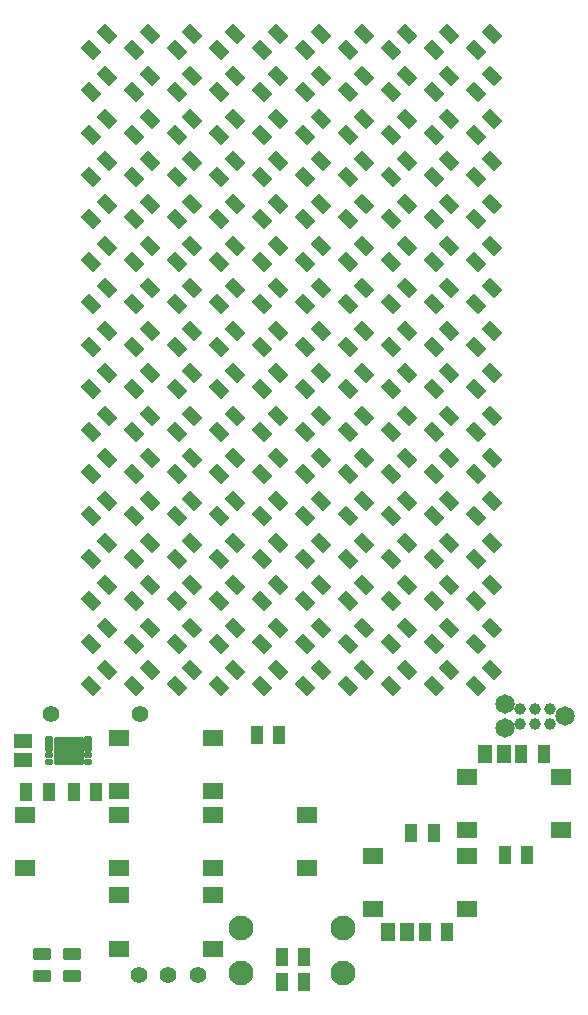
<source format=gbr>
%TF.GenerationSoftware,KiCad,Pcbnew,7.0.1*%
%TF.CreationDate,2024-01-25T20:04:35+01:00*%
%TF.ProjectId,PicBytesMicro,50696342-7974-4657-934d-6963726f2e6b,rev?*%
%TF.SameCoordinates,Original*%
%TF.FileFunction,Soldermask,Top*%
%TF.FilePolarity,Negative*%
%FSLAX46Y46*%
G04 Gerber Fmt 4.6, Leading zero omitted, Abs format (unit mm)*
G04 Created by KiCad (PCBNEW 7.0.1) date 2024-01-25 20:04:35*
%MOMM*%
%LPD*%
G01*
G04 APERTURE LIST*
G04 Aperture macros list*
%AMRoundRect*
0 Rectangle with rounded corners*
0 $1 Rounding radius*
0 $2 $3 $4 $5 $6 $7 $8 $9 X,Y pos of 4 corners*
0 Add a 4 corners polygon primitive as box body*
4,1,4,$2,$3,$4,$5,$6,$7,$8,$9,$2,$3,0*
0 Add four circle primitives for the rounded corners*
1,1,$1+$1,$2,$3*
1,1,$1+$1,$4,$5*
1,1,$1+$1,$6,$7*
1,1,$1+$1,$8,$9*
0 Add four rect primitives between the rounded corners*
20,1,$1+$1,$2,$3,$4,$5,0*
20,1,$1+$1,$4,$5,$6,$7,0*
20,1,$1+$1,$6,$7,$8,$9,0*
20,1,$1+$1,$8,$9,$2,$3,0*%
G04 Aperture macros list end*
%ADD10RoundRect,0.050000X0.176777X-0.813173X0.813173X-0.176777X-0.176777X0.813173X-0.813173X0.176777X0*%
%ADD11RoundRect,0.050000X0.700000X-0.450000X0.700000X0.450000X-0.700000X0.450000X-0.700000X-0.450000X0*%
%ADD12RoundRect,0.050000X-0.500000X-0.725000X0.500000X-0.725000X0.500000X0.725000X-0.500000X0.725000X0*%
%ADD13C,0.989000*%
%ADD14C,1.650000*%
%ADD15RoundRect,0.050000X0.775000X-0.650000X0.775000X0.650000X-0.775000X0.650000X-0.775000X-0.650000X0*%
%ADD16RoundRect,0.050000X0.500000X0.725000X-0.500000X0.725000X-0.500000X-0.725000X0.500000X-0.725000X0*%
%ADD17RoundRect,0.050000X0.510000X0.735000X-0.510000X0.735000X-0.510000X-0.735000X0.510000X-0.735000X0*%
%ADD18RoundRect,0.050000X-0.250000X-0.600000X0.250000X-0.600000X0.250000X0.600000X-0.250000X0.600000X0*%
%ADD19RoundRect,0.050000X-0.250000X0.200000X-0.250000X-0.200000X0.250000X-0.200000X0.250000X0.200000X0*%
%ADD20RoundRect,0.050000X-1.200000X1.105000X-1.200000X-1.105000X1.200000X-1.105000X1.200000X1.105000X0*%
%ADD21RoundRect,0.050000X-0.735000X0.510000X-0.735000X-0.510000X0.735000X-0.510000X0.735000X0.510000X0*%
%ADD22C,2.100000*%
%ADD23C,1.400000*%
G04 APERTURE END LIST*
D10*
%TO.C,LED1*%
X120209307Y-49695443D03*
X121552809Y-48351941D03*
%TD*%
%TO.C,LED2*%
X120209307Y-53287546D03*
X121552809Y-51944044D03*
%TD*%
%TO.C,LED3*%
X120209307Y-56879648D03*
X121552809Y-55536146D03*
%TD*%
%TO.C,LED4*%
X120209307Y-60471751D03*
X121552809Y-59128249D03*
%TD*%
%TO.C,LED5*%
X120209307Y-64063853D03*
X121552809Y-62720351D03*
%TD*%
%TO.C,LED6*%
X120209307Y-67655956D03*
X121552809Y-66312454D03*
%TD*%
%TO.C,LED7*%
X120209307Y-71248058D03*
X121552809Y-69904556D03*
%TD*%
%TO.C,LED8*%
X120209307Y-74840160D03*
X121552809Y-73496658D03*
%TD*%
%TO.C,LED9*%
X120209307Y-78432263D03*
X121552809Y-77088761D03*
%TD*%
%TO.C,LED10*%
X120209307Y-82024365D03*
X121552809Y-80680863D03*
%TD*%
%TO.C,LED11*%
X120209307Y-85616468D03*
X121552809Y-84272966D03*
%TD*%
%TO.C,LED12*%
X120209307Y-89208570D03*
X121552809Y-87865068D03*
%TD*%
%TO.C,LED13*%
X120209307Y-92800673D03*
X121552809Y-91457171D03*
%TD*%
%TO.C,LED14*%
X120209307Y-96392775D03*
X121552809Y-95049273D03*
%TD*%
%TO.C,LED15*%
X120209307Y-99984878D03*
X121552809Y-98641376D03*
%TD*%
%TO.C,LED16*%
X120209307Y-103576980D03*
X121552809Y-102233478D03*
%TD*%
%TO.C,LED17*%
X123835778Y-49695443D03*
X125179280Y-48351941D03*
%TD*%
%TO.C,LED18*%
X123835778Y-53287545D03*
X125179280Y-51944043D03*
%TD*%
%TO.C,LED19*%
X123835778Y-56879648D03*
X125179280Y-55536146D03*
%TD*%
%TO.C,LED20*%
X123835778Y-60471750D03*
X125179280Y-59128248D03*
%TD*%
%TO.C,LED21*%
X123835778Y-64063852D03*
X125179280Y-62720350D03*
%TD*%
%TO.C,LED22*%
X123835778Y-67655955D03*
X125179280Y-66312453D03*
%TD*%
%TO.C,LED23*%
X123835778Y-71248057D03*
X125179280Y-69904555D03*
%TD*%
%TO.C,LED24*%
X123835778Y-74840160D03*
X125179280Y-73496658D03*
%TD*%
%TO.C,LED25*%
X123835778Y-78432262D03*
X125179280Y-77088760D03*
%TD*%
%TO.C,LED26*%
X123835778Y-82024365D03*
X125179280Y-80680863D03*
%TD*%
%TO.C,LED27*%
X123835778Y-85616467D03*
X125179280Y-84272965D03*
%TD*%
%TO.C,LED28*%
X123835778Y-89208570D03*
X125179280Y-87865068D03*
%TD*%
%TO.C,LED29*%
X123835778Y-92800672D03*
X125179280Y-91457170D03*
%TD*%
%TO.C,LED30*%
X123835778Y-96392775D03*
X125179280Y-95049273D03*
%TD*%
%TO.C,LED31*%
X123835778Y-99984877D03*
X125179280Y-98641375D03*
%TD*%
%TO.C,LED32*%
X123835778Y-103576979D03*
X125179280Y-102233477D03*
%TD*%
%TO.C,LED33*%
X127462249Y-49695443D03*
X128805751Y-48351941D03*
%TD*%
%TO.C,LED34*%
X127462249Y-53287546D03*
X128805751Y-51944044D03*
%TD*%
%TO.C,LED35*%
X127462249Y-56879648D03*
X128805751Y-55536146D03*
%TD*%
%TO.C,LED36*%
X127462249Y-60471751D03*
X128805751Y-59128249D03*
%TD*%
%TO.C,LED37*%
X127462249Y-64063853D03*
X128805751Y-62720351D03*
%TD*%
%TO.C,LED38*%
X127462249Y-67655956D03*
X128805751Y-66312454D03*
%TD*%
%TO.C,LED39*%
X127462249Y-71248058D03*
X128805751Y-69904556D03*
%TD*%
%TO.C,LED40*%
X127462249Y-74840160D03*
X128805751Y-73496658D03*
%TD*%
%TO.C,LED41*%
X127462249Y-78432263D03*
X128805751Y-77088761D03*
%TD*%
%TO.C,LED42*%
X127462249Y-82024365D03*
X128805751Y-80680863D03*
%TD*%
%TO.C,LED43*%
X127462249Y-85616468D03*
X128805751Y-84272966D03*
%TD*%
%TO.C,LED44*%
X127462249Y-89208570D03*
X128805751Y-87865068D03*
%TD*%
%TO.C,LED45*%
X127462249Y-92800673D03*
X128805751Y-91457171D03*
%TD*%
%TO.C,LED46*%
X127462249Y-96392775D03*
X128805751Y-95049273D03*
%TD*%
%TO.C,LED47*%
X127462249Y-99984878D03*
X128805751Y-98641376D03*
%TD*%
%TO.C,LED48*%
X127462249Y-103576980D03*
X128805751Y-102233478D03*
%TD*%
%TO.C,LED49*%
X131088720Y-49695443D03*
X132432222Y-48351941D03*
%TD*%
%TO.C,LED50*%
X131088720Y-53287546D03*
X132432222Y-51944044D03*
%TD*%
%TO.C,LED51*%
X131088720Y-56879648D03*
X132432222Y-55536146D03*
%TD*%
%TO.C,LED52*%
X131088720Y-60471751D03*
X132432222Y-59128249D03*
%TD*%
%TO.C,LED53*%
X131088720Y-64063853D03*
X132432222Y-62720351D03*
%TD*%
%TO.C,LED54*%
X131088720Y-67655956D03*
X132432222Y-66312454D03*
%TD*%
%TO.C,LED55*%
X131088720Y-71248058D03*
X132432222Y-69904556D03*
%TD*%
%TO.C,LED56*%
X131088720Y-74840160D03*
X132432222Y-73496658D03*
%TD*%
%TO.C,LED57*%
X131088720Y-78432263D03*
X132432222Y-77088761D03*
%TD*%
%TO.C,LED58*%
X131088720Y-82024365D03*
X132432222Y-80680863D03*
%TD*%
%TO.C,LED59*%
X131088720Y-85616468D03*
X132432222Y-84272966D03*
%TD*%
%TO.C,LED60*%
X131088720Y-89208570D03*
X132432222Y-87865068D03*
%TD*%
%TO.C,LED61*%
X131088720Y-92800673D03*
X132432222Y-91457171D03*
%TD*%
%TO.C,LED62*%
X131088720Y-96392775D03*
X132432222Y-95049273D03*
%TD*%
%TO.C,LED63*%
X131088720Y-99984878D03*
X132432222Y-98641376D03*
%TD*%
%TO.C,LED64*%
X131088720Y-103576980D03*
X132432222Y-102233478D03*
%TD*%
%TO.C,LED65*%
X134715191Y-49695443D03*
X136058693Y-48351941D03*
%TD*%
%TO.C,LED66*%
X134715191Y-53287546D03*
X136058693Y-51944044D03*
%TD*%
%TO.C,LED67*%
X134715191Y-56879648D03*
X136058693Y-55536146D03*
%TD*%
%TO.C,LED68*%
X134715191Y-60471751D03*
X136058693Y-59128249D03*
%TD*%
%TO.C,LED69*%
X134715191Y-64063853D03*
X136058693Y-62720351D03*
%TD*%
%TO.C,LED70*%
X134715191Y-67655956D03*
X136058693Y-66312454D03*
%TD*%
%TO.C,LED71*%
X134715191Y-71248058D03*
X136058693Y-69904556D03*
%TD*%
%TO.C,LED72*%
X134715191Y-74840160D03*
X136058693Y-73496658D03*
%TD*%
%TO.C,LED73*%
X134715191Y-78432263D03*
X136058693Y-77088761D03*
%TD*%
%TO.C,LED74*%
X134715191Y-82024365D03*
X136058693Y-80680863D03*
%TD*%
%TO.C,LED75*%
X134715191Y-85616468D03*
X136058693Y-84272966D03*
%TD*%
%TO.C,LED76*%
X134715191Y-89208570D03*
X136058693Y-87865068D03*
%TD*%
%TO.C,LED77*%
X134715191Y-92800673D03*
X136058693Y-91457171D03*
%TD*%
%TO.C,LED78*%
X134715191Y-96392775D03*
X136058693Y-95049273D03*
%TD*%
%TO.C,LED79*%
X134715191Y-99984878D03*
X136058693Y-98641376D03*
%TD*%
%TO.C,LED80*%
X134715191Y-103576980D03*
X136058693Y-102233478D03*
%TD*%
%TO.C,LED81*%
X138341662Y-49695443D03*
X139685164Y-48351941D03*
%TD*%
%TO.C,LED82*%
X138341662Y-53287546D03*
X139685164Y-51944044D03*
%TD*%
%TO.C,LED83*%
X138341662Y-56879648D03*
X139685164Y-55536146D03*
%TD*%
%TO.C,LED84*%
X138341662Y-60471751D03*
X139685164Y-59128249D03*
%TD*%
%TO.C,LED85*%
X138341662Y-64063853D03*
X139685164Y-62720351D03*
%TD*%
%TO.C,LED86*%
X138341662Y-67655956D03*
X139685164Y-66312454D03*
%TD*%
%TO.C,LED87*%
X138341662Y-71248058D03*
X139685164Y-69904556D03*
%TD*%
%TO.C,LED88*%
X138341662Y-74840160D03*
X139685164Y-73496658D03*
%TD*%
%TO.C,LED89*%
X138341662Y-78432263D03*
X139685164Y-77088761D03*
%TD*%
%TO.C,LED90*%
X138341662Y-82024365D03*
X139685164Y-80680863D03*
%TD*%
%TO.C,LED91*%
X138341662Y-85616468D03*
X139685164Y-84272966D03*
%TD*%
%TO.C,LED92*%
X138341662Y-89208570D03*
X139685164Y-87865068D03*
%TD*%
%TO.C,LED93*%
X138341662Y-92800673D03*
X139685164Y-91457171D03*
%TD*%
%TO.C,LED94*%
X138341662Y-96392775D03*
X139685164Y-95049273D03*
%TD*%
%TO.C,LED95*%
X138341662Y-99984878D03*
X139685164Y-98641376D03*
%TD*%
%TO.C,LED96*%
X138341662Y-103576980D03*
X139685164Y-102233478D03*
%TD*%
%TO.C,LED97*%
X141968133Y-49695443D03*
X143311635Y-48351941D03*
%TD*%
%TO.C,LED98*%
X141968133Y-53287546D03*
X143311635Y-51944044D03*
%TD*%
%TO.C,LED99*%
X141968133Y-56879648D03*
X143311635Y-55536146D03*
%TD*%
%TO.C,LED100*%
X141968133Y-60471751D03*
X143311635Y-59128249D03*
%TD*%
%TO.C,LED101*%
X141968133Y-64063853D03*
X143311635Y-62720351D03*
%TD*%
%TO.C,LED102*%
X141968133Y-67655956D03*
X143311635Y-66312454D03*
%TD*%
%TO.C,LED103*%
X141968133Y-71248058D03*
X143311635Y-69904556D03*
%TD*%
%TO.C,LED104*%
X141968133Y-74840160D03*
X143311635Y-73496658D03*
%TD*%
%TO.C,LED105*%
X141968133Y-78432263D03*
X143311635Y-77088761D03*
%TD*%
%TO.C,LED106*%
X141968133Y-82024365D03*
X143311635Y-80680863D03*
%TD*%
%TO.C,LED107*%
X141968133Y-85616468D03*
X143311635Y-84272966D03*
%TD*%
%TO.C,LED108*%
X141968133Y-89208570D03*
X143311635Y-87865068D03*
%TD*%
%TO.C,LED109*%
X141968133Y-92800673D03*
X143311635Y-91457171D03*
%TD*%
%TO.C,LED110*%
X141968133Y-96392775D03*
X143311635Y-95049273D03*
%TD*%
%TO.C,LED111*%
X141968133Y-99984878D03*
X143311635Y-98641376D03*
%TD*%
%TO.C,LED112*%
X141968133Y-103576980D03*
X143311635Y-102233478D03*
%TD*%
%TO.C,LED113*%
X145594604Y-49695443D03*
X146938106Y-48351941D03*
%TD*%
%TO.C,LED114*%
X145594604Y-53287546D03*
X146938106Y-51944044D03*
%TD*%
%TO.C,LED115*%
X145594604Y-56879648D03*
X146938106Y-55536146D03*
%TD*%
%TO.C,LED116*%
X145594604Y-60471751D03*
X146938106Y-59128249D03*
%TD*%
%TO.C,LED117*%
X145594604Y-64063853D03*
X146938106Y-62720351D03*
%TD*%
%TO.C,LED118*%
X145594604Y-67655956D03*
X146938106Y-66312454D03*
%TD*%
%TO.C,LED119*%
X145594604Y-71248058D03*
X146938106Y-69904556D03*
%TD*%
%TO.C,LED120*%
X145594604Y-74840160D03*
X146938106Y-73496658D03*
%TD*%
%TO.C,LED121*%
X145594604Y-78432263D03*
X146938106Y-77088761D03*
%TD*%
%TO.C,LED122*%
X145594604Y-82024365D03*
X146938106Y-80680863D03*
%TD*%
%TO.C,LED123*%
X145594604Y-85616468D03*
X146938106Y-84272966D03*
%TD*%
%TO.C,LED124*%
X145594604Y-89208570D03*
X146938106Y-87865068D03*
%TD*%
%TO.C,LED125*%
X145594604Y-92800673D03*
X146938106Y-91457171D03*
%TD*%
%TO.C,LED126*%
X145594604Y-96392775D03*
X146938106Y-95049273D03*
%TD*%
%TO.C,LED127*%
X145594604Y-99984878D03*
X146938106Y-98641376D03*
%TD*%
%TO.C,LED128*%
X145594604Y-103576980D03*
X146938106Y-102233478D03*
%TD*%
%TO.C,LED129*%
X149221075Y-49695443D03*
X150564577Y-48351941D03*
%TD*%
%TO.C,LED130*%
X149221075Y-53287546D03*
X150564577Y-51944044D03*
%TD*%
%TO.C,LED131*%
X149221075Y-56879648D03*
X150564577Y-55536146D03*
%TD*%
%TO.C,LED132*%
X149221075Y-60471751D03*
X150564577Y-59128249D03*
%TD*%
%TO.C,LED133*%
X149221075Y-64063853D03*
X150564577Y-62720351D03*
%TD*%
%TO.C,LED134*%
X149221075Y-67655956D03*
X150564577Y-66312454D03*
%TD*%
%TO.C,LED135*%
X149221075Y-71248058D03*
X150564577Y-69904556D03*
%TD*%
%TO.C,LED136*%
X149221075Y-74840160D03*
X150564577Y-73496658D03*
%TD*%
%TO.C,LED137*%
X149221075Y-78432263D03*
X150564577Y-77088761D03*
%TD*%
%TO.C,LED138*%
X149221075Y-82024365D03*
X150564577Y-80680863D03*
%TD*%
%TO.C,LED139*%
X149221075Y-85616468D03*
X150564577Y-84272966D03*
%TD*%
%TO.C,LED140*%
X149221075Y-89208570D03*
X150564577Y-87865068D03*
%TD*%
%TO.C,LED141*%
X149221075Y-92800673D03*
X150564577Y-91457171D03*
%TD*%
%TO.C,LED142*%
X149221075Y-96392775D03*
X150564577Y-95049273D03*
%TD*%
%TO.C,LED143*%
X149221075Y-99984878D03*
X150564577Y-98641376D03*
%TD*%
%TO.C,LED144*%
X149221075Y-103576980D03*
X150564577Y-102233478D03*
%TD*%
%TO.C,LED145*%
X152847546Y-49695443D03*
X154191048Y-48351941D03*
%TD*%
%TO.C,LED146*%
X152847546Y-53287546D03*
X154191048Y-51944044D03*
%TD*%
%TO.C,LED147*%
X152847546Y-56879648D03*
X154191048Y-55536146D03*
%TD*%
%TO.C,LED148*%
X152847546Y-60471751D03*
X154191048Y-59128249D03*
%TD*%
%TO.C,LED149*%
X152847546Y-64063853D03*
X154191048Y-62720351D03*
%TD*%
%TO.C,LED150*%
X152847546Y-67655956D03*
X154191048Y-66312454D03*
%TD*%
%TO.C,LED151*%
X152847546Y-71248058D03*
X154191048Y-69904556D03*
%TD*%
%TO.C,LED152*%
X152847546Y-74840160D03*
X154191048Y-73496658D03*
%TD*%
%TO.C,LED153*%
X152847546Y-78432263D03*
X154191048Y-77088761D03*
%TD*%
%TO.C,LED154*%
X152847546Y-82024365D03*
X154191048Y-80680863D03*
%TD*%
%TO.C,LED155*%
X152847546Y-85616468D03*
X154191048Y-84272966D03*
%TD*%
%TO.C,LED156*%
X152847546Y-89208570D03*
X154191048Y-87865068D03*
%TD*%
%TO.C,LED157*%
X152847546Y-92800673D03*
X154191048Y-91457171D03*
%TD*%
%TO.C,LED158*%
X152847546Y-96392775D03*
X154191048Y-95049273D03*
%TD*%
%TO.C,LED159*%
X152847546Y-99984878D03*
X154191048Y-98641376D03*
%TD*%
%TO.C,LED160*%
X152847546Y-103576980D03*
X154191048Y-102233478D03*
%TD*%
D11*
%TO.C,LED_Green_bms1*%
X116092500Y-128150000D03*
X116092500Y-126250000D03*
%TD*%
%TO.C,LED_RED_bms1*%
X118600000Y-128150000D03*
X118600000Y-126250000D03*
%TD*%
D12*
%TO.C,R_10K_12*%
X155250000Y-117900000D03*
X157150000Y-117900000D03*
%TD*%
%TO.C,R_10K_13*%
X147350000Y-116000000D03*
X149250000Y-116000000D03*
%TD*%
%TO.C,R_5.1_1*%
X136350000Y-126500000D03*
X138250000Y-126500000D03*
%TD*%
%TO.C,R_5.1k_1*%
X136350000Y-128600000D03*
X138250000Y-128600000D03*
%TD*%
%TO.C,R_10K_11*%
X148500000Y-124400000D03*
X150400000Y-124400000D03*
%TD*%
D13*
%TO.C,J1*%
X159040000Y-105500000D03*
X159040000Y-106770000D03*
X157770000Y-105500000D03*
X157770000Y-106770000D03*
X156500000Y-105500000D03*
X156500000Y-106770000D03*
D14*
X160310000Y-106135000D03*
X155230000Y-107151000D03*
X155230000Y-105119000D03*
%TD*%
D15*
%TO.C,S_b1*%
X152025065Y-111271365D03*
X152025065Y-115771365D03*
X159975065Y-111271365D03*
X159975065Y-115771365D03*
%TD*%
D16*
%TO.C,R4*%
X136150000Y-107700000D03*
X134250000Y-107700000D03*
%TD*%
D15*
%TO.C,S_left1*%
X114625000Y-114500000D03*
X114625000Y-119000000D03*
X122575000Y-114500000D03*
X122575000Y-119000000D03*
%TD*%
D17*
%TO.C,C_22p_6*%
X155150000Y-109300000D03*
X153550000Y-109300000D03*
%TD*%
D16*
%TO.C,R1*%
X116650000Y-112525000D03*
X114750000Y-112525000D03*
%TD*%
D17*
%TO.C,C_22p_7*%
X147000000Y-124400000D03*
X145400000Y-124400000D03*
%TD*%
D15*
%TO.C,S_right1*%
X130575000Y-114500000D03*
X130575000Y-119000000D03*
X138525000Y-114500000D03*
X138525000Y-119000000D03*
%TD*%
%TO.C,S_down1*%
X122625000Y-121292730D03*
X122625000Y-125792730D03*
X130575000Y-121292730D03*
X130575000Y-125792730D03*
%TD*%
D18*
%TO.C,IC1*%
X116700000Y-108500000D03*
D19*
X116700000Y-109450000D03*
X116700000Y-110000000D03*
X120000000Y-110000000D03*
X120000000Y-109450000D03*
D18*
X120000000Y-108500000D03*
D20*
X118350000Y-109050000D03*
%TD*%
D12*
%TO.C,R2*%
X118750000Y-112525000D03*
X120650000Y-112525000D03*
%TD*%
%TO.C,R_10K_10*%
X156650000Y-109300000D03*
X158550000Y-109300000D03*
%TD*%
D15*
%TO.C,S_up1*%
X122625000Y-107950000D03*
X122625000Y-112450000D03*
X130575000Y-107950000D03*
X130575000Y-112450000D03*
%TD*%
%TO.C,S_a1*%
X144125065Y-117971365D03*
X144125065Y-122471365D03*
X152075065Y-117971365D03*
X152075065Y-122471365D03*
%TD*%
D21*
%TO.C,C1*%
X114485000Y-108250000D03*
X114485000Y-109850000D03*
%TD*%
D22*
%TO.C,J_USB_C1*%
X141570000Y-127850000D03*
X132930000Y-127850000D03*
X132930000Y-124050000D03*
X141570000Y-124050000D03*
%TD*%
D23*
%TO.C,LS1*%
X116800000Y-105900000D03*
X124400000Y-105900000D03*
%TD*%
%TO.C,SW_Toggle1*%
X124275000Y-128050000D03*
X126775000Y-128050000D03*
X129275000Y-128050000D03*
%TD*%
M02*

</source>
